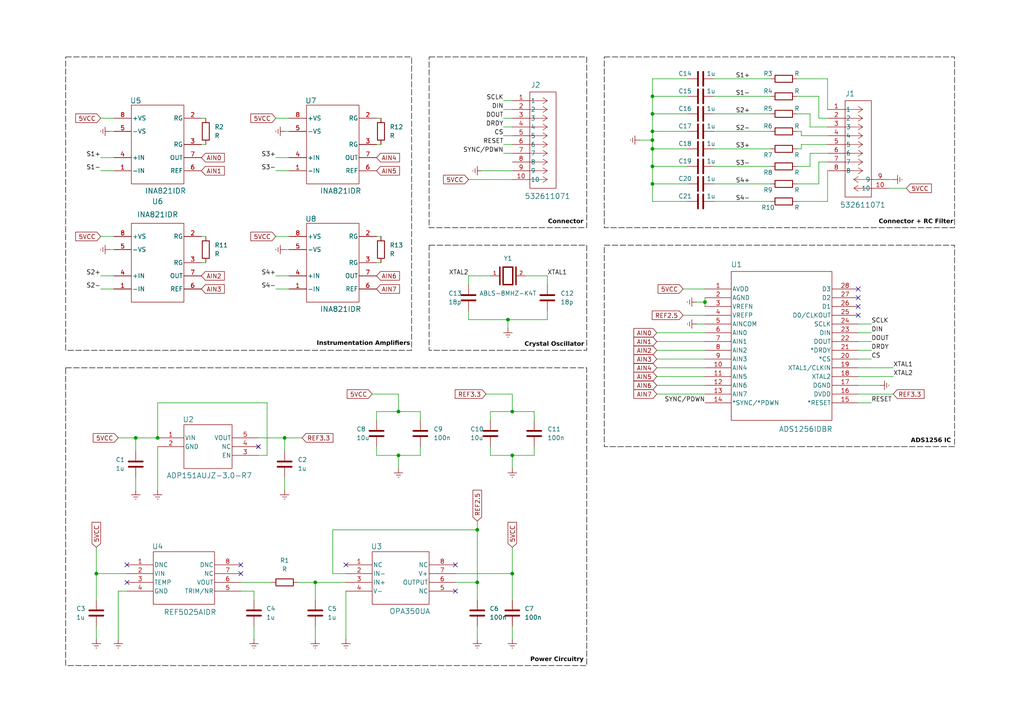
<source format=kicad_sch>
(kicad_sch (version 20231120) (generator "eeschema") (generator_version "8.0")
  (paper "A4")
  (lib_symbols
    (symbol "532611071_1" (pin_names (offset 0.254))
      (property "Reference" "J2" (at 5.334 4.572 0))
      (property "Value" "532611071" (at 3.556 -27.686 0))
      (symbol "532611071_1_1_1"
        (pin unspecified line (at 0 0 0) (length 5.08) (name "1") (number "1"))
        (pin unspecified line (at 0 -22.86 0) (length 5.08) (name "10") (number "10"))
        (pin unspecified line (at 0 -2.54 0) (length 5.08) (name "2") (number "2"))
        (pin unspecified line (at 0 -5.08 0) (length 5.08) (name "3") (number "3"))
        (pin unspecified line (at 0 -7.62 0) (length 5.08) (name "4") (number "4"))
        (pin unspecified line (at 0 -10.16 0) (length 5.08) (name "5") (number "5"))
        (pin unspecified line (at 0 -12.7 0) (length 5.08) (name "6") (number "6"))
        (pin unspecified line (at 0 -15.24 0) (length 5.08) (name "7") (number "7"))
        (pin unspecified line (at 0 -17.78 0) (length 5.08) (name "8") (number "8"))
        (pin unspecified line (at 0 -20.32 0) (length 5.08) (name "9") (number "9"))
      )
      (symbol "532611071_1_1_2"
        (pin unspecified line (at 0 0 0) (length 5.08) (name "1") (number "1"))
        (pin unspecified line (at 0 -22.86 0) (length 5.08) (name "10") (number "10"))
        (pin unspecified line (at 0 -2.54 0) (length 5.08) (name "2") (number "2"))
        (pin unspecified line (at 0 -5.08 0) (length 5.08) (name "3") (number "3"))
        (pin unspecified line (at 0 -7.62 0) (length 5.08) (name "4") (number "4"))
        (pin unspecified line (at 0 -10.16 0) (length 5.08) (name "5") (number "5"))
        (pin unspecified line (at 0 -12.7 0) (length 5.08) (name "6") (number "6"))
        (pin unspecified line (at 0 -15.24 0) (length 5.08) (name "7") (number "7"))
        (pin unspecified line (at 0 -17.78 0) (length 5.08) (name "8") (number "8"))
        (pin unspecified line (at 0 -20.32 0) (length 5.08) (name "9") (number "9"))
      )
    )
    (symbol "ABLS-8.000MHZ-K4T:ABLS-8.000MHZ-K4T" (pin_names (offset 1.016))
      (property "Reference" "Y" (at -5.0878 3.8159 0))
      (property "Value" "ABLS-8.000MHZ-K4T" (at -5.0944 -5.0944 0))
      (symbol "ABLS-8.000MHZ-K4T_0_0"
        (pin passive line (at -5.08 0 0) (length 2.54) (name "~") (number "1"))
        (pin passive line (at 5.08 0 180) (length 2.54) (name "~") (number "2"))
      )
    )
    (symbol "ADP151AUJZ-3P0-R7:ADP151AUJZ-3.0-R7" (pin_names (offset 0.254))
      (property "Reference" "U2" (at 8.89 5.334 0))
      (property "Value" "ADP151AUJZ-3.0-R7" (at 14.986 -10.922 0))
      (symbol "ADP151AUJZ-3.0-R7_0_1"
        (pin input line (at 0 0 0) (length 7.62) (name "VIN") (number "1"))
        (pin power_in line (at 0 -2.54 0) (length 7.62) (name "GND") (number "2"))
        (pin input line (at 29.21 -5.08 180) (length 7.62) (name "EN") (number "3"))
        (pin no_connect line (at 29.21 -2.54 180) (length 7.62) (name "NC") (number "4"))
        (pin output line (at 29.21 0 180) (length 7.62) (name "VOUT") (number "5"))
      )
    )
    (symbol "ADS1256IDBR:ADS1256IDBR" (pin_names (offset 0.254))
      (property "Reference" "U1" (at 9.144 7.112 0))
      (property "Value" "ADS1256IDBR" (at 29.21 -40.64 0))
      (symbol "ADS1256IDBR_0_1"
        (pin power_in line (at 0 0 0) (length 7.62) (name "AVDD") (number "1"))
        (pin input line (at 0 -22.86 0) (length 7.62) (name "AIN4") (number "10"))
        (pin input line (at 0 -25.4 0) (length 7.62) (name "AIN5") (number "11"))
        (pin input line (at 0 -27.94 0) (length 7.62) (name "AIN6") (number "12"))
        (pin input line (at 0 -30.48 0) (length 7.62) (name "AIN7") (number "13"))
        (pin input line (at 0 -33.02 0) (length 7.62) (name "*SYNC/*PDWN") (number "14"))
        (pin input line (at 44.45 -33.02 180) (length 7.62) (name "*RESET") (number "15"))
        (pin power_in line (at 44.45 -30.48 180) (length 7.62) (name "DVDD") (number "16"))
        (pin power_in line (at 44.45 -27.94 180) (length 7.62) (name "DGND") (number "17"))
        (pin unspecified line (at 44.45 -25.4 180) (length 7.62) (name "XTAL2") (number "18"))
        (pin input line (at 44.45 -22.86 180) (length 7.62) (name "XTAL1/CLKIN") (number "19"))
        (pin power_in line (at 0 -2.54 0) (length 7.62) (name "AGND") (number "2"))
        (pin input line (at 44.45 -20.32 180) (length 7.62) (name "*CS") (number "20"))
        (pin output line (at 44.45 -17.78 180) (length 7.62) (name "*DRDY") (number "21"))
        (pin output line (at 44.45 -15.24 180) (length 7.62) (name "DOUT") (number "22"))
        (pin input line (at 44.45 -12.7 180) (length 7.62) (name "DIN") (number "23"))
        (pin input line (at 44.45 -10.16 180) (length 7.62) (name "SCLK") (number "24"))
        (pin bidirectional line (at 44.45 -7.62 180) (length 7.62) (name "D0/CLKOUT") (number "25"))
        (pin bidirectional line (at 44.45 -5.08 180) (length 7.62) (name "D1") (number "26"))
        (pin bidirectional line (at 44.45 -2.54 180) (length 7.62) (name "D2") (number "27"))
        (pin bidirectional line (at 44.45 0 180) (length 7.62) (name "D3") (number "28"))
        (pin input line (at 0 -5.08 0) (length 7.62) (name "VREFN") (number "3"))
        (pin input line (at 0 -7.62 0) (length 7.62) (name "VREFP") (number "4"))
        (pin input line (at 0 -10.16 0) (length 7.62) (name "AINCOM") (number "5"))
        (pin input line (at 0 -12.7 0) (length 7.62) (name "AIN0") (number "6"))
        (pin input line (at 0 -15.24 0) (length 7.62) (name "AIN1") (number "7"))
        (pin input line (at 0 -17.78 0) (length 7.62) (name "AIN2") (number "8"))
        (pin input line (at 0 -20.32 0) (length 7.62) (name "AIN3") (number "9"))
      )
    )
    (symbol "CONN_532610001:532611071" (pin_names (offset 0.254))
      (property "Reference" "J1" (at 5.08 4.572 0))
      (property "Value" "532611071" (at 3.556 -27.686 0))
      (symbol "532611071_1_1"
        (pin unspecified line (at 0 0 0) (length 5.08) (name "1") (number "1"))
        (pin unspecified line (at 17.78 -22.86 180) (length 5.08) (name "10") (number "10"))
        (pin unspecified line (at 0 -2.54 0) (length 5.08) (name "2") (number "2"))
        (pin unspecified line (at 0 -5.08 0) (length 5.08) (name "3") (number "3"))
        (pin unspecified line (at 0 -7.62 0) (length 5.08) (name "4") (number "4"))
        (pin unspecified line (at 0 -10.16 0) (length 5.08) (name "5") (number "5"))
        (pin unspecified line (at 0 -12.7 0) (length 5.08) (name "6") (number "6"))
        (pin unspecified line (at 0 -15.24 0) (length 5.08) (name "7") (number "7"))
        (pin unspecified line (at 0 -17.78 0) (length 5.08) (name "8") (number "8"))
        (pin unspecified line (at 17.78 -20.32 180) (length 5.08) (name "9") (number "9"))
      )
      (symbol "532611071_1_2"
        (pin unspecified line (at 0 0 0) (length 5.08) (name "1") (number "1"))
        (pin unspecified line (at 0 -22.86 0) (length 5.08) (name "10") (number "10"))
        (pin unspecified line (at 0 -2.54 0) (length 5.08) (name "2") (number "2"))
        (pin unspecified line (at 0 -5.08 0) (length 5.08) (name "3") (number "3"))
        (pin unspecified line (at 0 -7.62 0) (length 5.08) (name "4") (number "4"))
        (pin unspecified line (at 0 -10.16 0) (length 5.08) (name "5") (number "5"))
        (pin unspecified line (at 0 -12.7 0) (length 5.08) (name "6") (number "6"))
        (pin unspecified line (at 0 -15.24 0) (length 5.08) (name "7") (number "7"))
        (pin unspecified line (at 0 -17.78 0) (length 5.08) (name "8") (number "8"))
        (pin unspecified line (at 0 -20.32 0) (length 5.08) (name "9") (number "9"))
      )
    )
    (symbol "Device:C" (pin_numbers hide) (pin_names (offset 0.254))
      (property "Reference" "C" (at 0.635 2.54 0))
      (property "Value" "C" (at 0.635 -2.54 0))
      (symbol "C_1_1"
        (pin passive line (at 0 3.81 270) (length 2.794) (name "~") (number "1"))
        (pin passive line (at 0 -3.81 90) (length 2.794) (name "~") (number "2"))
      )
    )
    (symbol "Device:R" (pin_numbers hide) (pin_names (offset 0))
      (property "Reference" "R" (at 2.032 0 90))
      (property "Value" "R" (at 0 0 90))
      (symbol "R_1_1"
        (pin passive line (at 0 3.81 270) (length 1.27) (name "~") (number "1"))
        (pin passive line (at 0 -3.81 90) (length 1.27) (name "~") (number "2"))
      )
    )
    (symbol "INA821IDR:INA821IDR" (pin_names (offset 0.254))
      (property "Reference" "U6" (at -7.62 16.51 0))
      (property "Value" "INA821IDR" (at -7.62 12.7 0))
      (symbol "INA821IDR_0_1"
        (pin input line (at -20.32 -8.89 0) (length 5.08) (name "-IN") (number "1"))
        (pin input line (at 5.08 6.35 180) (length 5.08) (name "RG") (number "2"))
        (pin input line (at 5.08 -1.27 180) (length 5.08) (name "RG") (number "3"))
        (pin input line (at -20.32 -5.08 0) (length 5.08) (name "+IN") (number "4"))
        (pin power_in line (at -20.32 2.54 0) (length 5.08) (name "-VS") (number "5"))
        (pin input line (at 5.08 -8.89 180) (length 5.08) (name "REF") (number "6"))
        (pin output line (at 5.08 -5.08 180) (length 5.08) (name "OUT") (number "7"))
        (pin power_in line (at -20.32 6.35 0) (length 5.08) (name "+VS") (number "8"))
      )
    )
    (symbol "INA821IDR_1" (pin_names (offset 0.254))
      (property "Reference" "U5" (at -13.97 11.43 0))
      (property "Value" "INA821IDR" (at -5.334 -14.732 0))
      (symbol "INA821IDR_1_0_1"
        (pin input line (at -20.32 -8.89 0) (length 5.08) (name "-IN") (number "1"))
        (pin input line (at 5.08 6.35 180) (length 5.08) (name "RG") (number "2"))
        (pin input line (at 5.08 -1.27 180) (length 5.08) (name "RG") (number "3"))
        (pin input line (at -20.32 -5.08 0) (length 5.08) (name "+IN") (number "4"))
        (pin power_in line (at -20.32 2.54 0) (length 5.08) (name "-VS") (number "5"))
        (pin input line (at 5.08 -8.89 180) (length 5.08) (name "REF") (number "6"))
        (pin output line (at 5.08 -5.08 180) (length 5.08) (name "OUT") (number "7"))
        (pin power_in line (at -20.32 6.35 0) (length 5.08) (name "+VS") (number "8"))
      )
    )
    (symbol "INA821IDR_2" (pin_names (offset 0.254))
      (property "Reference" "U7" (at -13.97 11.43 0))
      (property "Value" "INA821IDR" (at -5.334 -14.732 0))
      (symbol "INA821IDR_2_0_1"
        (pin input line (at -20.32 -8.89 0) (length 5.08) (name "-IN") (number "1"))
        (pin input line (at 5.08 6.35 180) (length 5.08) (name "RG") (number "2"))
        (pin input line (at 5.08 -1.27 180) (length 5.08) (name "RG") (number "3"))
        (pin input line (at -20.32 -5.08 0) (length 5.08) (name "+IN") (number "4"))
        (pin power_in line (at -20.32 2.54 0) (length 5.08) (name "-VS") (number "5"))
        (pin input line (at 5.08 -8.89 180) (length 5.08) (name "REF") (number "6"))
        (pin output line (at 5.08 -5.08 180) (length 5.08) (name "OUT") (number "7"))
        (pin power_in line (at -20.32 6.35 0) (length 5.08) (name "+VS") (number "8"))
      )
    )
    (symbol "INA821IDR_3" (pin_names (offset 0.254))
      (property "Reference" "U8" (at -13.97 11.43 0))
      (property "Value" "INA821IDR" (at -5.334 -14.732 0))
      (symbol "INA821IDR_3_0_1"
        (pin input line (at -20.32 -8.89 0) (length 5.08) (name "-IN") (number "1"))
        (pin input line (at 5.08 6.35 180) (length 5.08) (name "RG") (number "2"))
        (pin input line (at 5.08 -1.27 180) (length 5.08) (name "RG") (number "3"))
        (pin input line (at -20.32 -5.08 0) (length 5.08) (name "+IN") (number "4"))
        (pin power_in line (at -20.32 2.54 0) (length 5.08) (name "-VS") (number "5"))
        (pin input line (at 5.08 -8.89 180) (length 5.08) (name "REF") (number "6"))
        (pin output line (at 5.08 -5.08 180) (length 5.08) (name "OUT") (number "7"))
        (pin power_in line (at -20.32 6.35 0) (length 5.08) (name "+VS") (number "8"))
      )
    )
    (symbol "OPA350UA:OPA350UA" (pin_names (offset 0.254))
      (property "Reference" "U3" (at 8.89 5.334 0))
      (property "Value" "OPA350UA" (at 18.542 -13.462 0))
      (symbol "OPA350UA_0_1"
        (pin unspecified line (at 0 0 0) (length 7.62) (name "NC") (number "1"))
        (pin input line (at 0 -2.54 0) (length 7.62) (name "IN-") (number "2"))
        (pin input line (at 0 -5.08 0) (length 7.62) (name "IN+") (number "3"))
        (pin power_in line (at 0 -7.62 0) (length 7.62) (name "V-") (number "4"))
        (pin unspecified line (at 31.75 -7.62 180) (length 7.62) (name "NC") (number "5"))
        (pin output line (at 31.75 -5.08 180) (length 7.62) (name "OUTPUT") (number "6"))
        (pin power_in line (at 31.75 -2.54 180) (length 7.62) (name "V+") (number "7"))
        (pin unspecified line (at 31.75 0 180) (length 7.62) (name "NC") (number "8"))
      )
    )
    (symbol "REF5025AIDR:REF5025AIDR" (pin_names (offset 0.254))
      (property "Reference" "U4" (at 8.89 5.334 0))
      (property "Value" "REF5025AIDR" (at 18.288 -13.716 0))
      (symbol "REF5025AIDR_0_1"
        (pin unspecified line (at 0 0 0) (length 7.62) (name "DNC") (number "1"))
        (pin input line (at 0 -2.54 0) (length 7.62) (name "VIN") (number "2"))
        (pin unspecified line (at 0 -5.08 0) (length 7.62) (name "TEMP") (number "3"))
        (pin unspecified line (at 0 -7.62 0) (length 7.62) (name "GND") (number "4"))
        (pin unspecified line (at 33.02 -7.62 180) (length 7.62) (name "TRIM/NR") (number "5"))
        (pin output line (at 33.02 -5.08 180) (length 7.62) (name "VOUT") (number "6"))
        (pin unspecified line (at 33.02 -2.54 180) (length 7.62) (name "NC") (number "7"))
        (pin unspecified line (at 33.02 0 180) (length 7.62) (name "DNC") (number "8"))
      )
    )
    (symbol "power:Earth" (power) (pin_numbers hide) (pin_names (offset 0) hide)
      (property "Value" "Earth" (at 0 -3.81 0))
      (symbol "Earth_1_1"
        (pin power_in line (at 0 0 270) (length 0) (name "~") (number "1"))
      )
    )
  )
  (junction (at 189.23 48.26))
  (junction (at 148.59 119.38))
  (junction (at 189.23 53.34))
  (junction (at 148.59 166.37))
  (junction (at 189.23 38.1))
  (junction (at 39.37 127))
  (junction (at 91.44 168.91))
  (junction (at 45.72 127))
  (junction (at 147.32 92.71))
  (junction (at 204.47 87.63))
  (junction (at 189.23 40.64))
  (junction (at 148.59 132.08))
  (junction (at 115.57 132.08))
  (junction (at 189.23 27.94))
  (junction (at 138.43 168.91))
  (junction (at 27.94 166.37))
  (junction (at 189.23 43.18))
  (junction (at 82.55 127))
  (junction (at 115.57 119.38))
  (junction (at 138.43 153.67))
  (junction (at 189.23 33.02))
  (no_connect (at 69.85 163.83))
  (no_connect (at 100.33 163.83))
  (no_connect (at 132.08 171.45))
  (no_connect (at 248.92 86.36))
  (no_connect (at 248.92 83.82))
  (no_connect (at 248.92 91.44))
  (no_connect (at 248.92 88.9))
  (no_connect (at 36.83 163.83))
  (no_connect (at 69.85 166.37))
  (no_connect (at 132.08 163.83))
  (no_connect (at 36.83 168.91))
  (no_connect (at 74.93 129.54))
  (wire (pts (xy 252.73 101.6) (xy 248.92 101.6)))
  (wire (pts (xy 259.08 109.22) (xy 248.92 109.22)))
  (wire (pts (xy 190.5 114.3) (xy 204.47 114.3)))
  (wire (pts (xy 74.93 127) (xy 82.55 127)))
  (wire (pts (xy 237.49 34.29) (xy 240.03 34.29)))
  (wire (pts (xy 252.73 104.14) (xy 248.92 104.14)))
  (wire (pts (xy 189.23 38.1) (xy 189.23 33.02)))
  (wire (pts (xy 29.21 45.72) (xy 33.02 45.72)))
  (wire (pts (xy 146.05 29.21) (xy 148.59 29.21)))
  (wire (pts (xy 189.23 40.64) (xy 189.23 43.18)))
  (wire (pts (xy 190.5 106.68) (xy 204.47 106.68)))
  (wire (pts (xy 231.14 27.94) (xy 237.49 27.94)))
  (wire (pts (xy 138.43 168.91) (xy 138.43 173.99)))
  (wire (pts (xy 142.24 119.38) (xy 148.59 119.38)))
  (wire (pts (xy 142.24 132.08) (xy 142.24 129.54)))
  (wire (pts (xy 80.01 80.01) (xy 83.82 80.01)))
  (wire (pts (xy 73.66 173.99) (xy 73.66 171.45)))
  (wire (pts (xy 91.44 168.91) (xy 91.44 173.99)))
  (wire (pts (xy 148.59 158.75) (xy 148.59 166.37)))
  (wire (pts (xy 27.94 185.42) (xy 27.94 181.61)))
  (wire (pts (xy 96.52 166.37) (xy 96.52 153.67)))
  (wire (pts (xy 262.89 54.61) (xy 257.81 54.61)))
  (wire (pts (xy 148.59 185.42) (xy 148.59 181.61)))
  (wire (pts (xy 189.23 33.02) (xy 189.23 27.94)))
  (wire (pts (xy 204.47 87.63) (xy 204.47 88.9)))
  (wire (pts (xy 231.14 22.86) (xy 240.03 22.86)))
  (wire (pts (xy 190.5 101.6) (xy 204.47 101.6)))
  (wire (pts (xy 82.55 72.39) (xy 83.82 72.39)))
  (wire (pts (xy 148.59 135.89) (xy 148.59 132.08)))
  (wire (pts (xy 147.32 92.71) (xy 147.32 95.25)))
  (wire (pts (xy 74.93 132.08) (xy 77.47 132.08)))
  (wire (pts (xy 207.01 48.26) (xy 223.52 48.26)))
  (wire (pts (xy 158.75 80.01) (xy 158.75 82.55)))
  (wire (pts (xy 207.01 22.86) (xy 223.52 22.86)))
  (wire (pts (xy 135.89 92.71) (xy 147.32 92.71)))
  (wire (pts (xy 231.14 33.02) (xy 234.95 33.02)))
  (wire (pts (xy 189.23 53.34) (xy 199.39 53.34)))
  (wire (pts (xy 82.55 127) (xy 82.55 130.81)))
  (wire (pts (xy 29.21 83.82) (xy 33.02 83.82)))
  (wire (pts (xy 107.95 114.3) (xy 115.57 114.3)))
  (wire (pts (xy 80.01 68.58) (xy 83.82 68.58)))
  (wire (pts (xy 96.52 153.67) (xy 138.43 153.67)))
  (wire (pts (xy 201.93 87.63) (xy 204.47 87.63)))
  (wire (pts (xy 234.95 33.02) (xy 234.95 36.83)))
  (wire (pts (xy 189.23 33.02) (xy 199.39 33.02)))
  (wire (pts (xy 154.94 132.08) (xy 154.94 129.54)))
  (wire (pts (xy 259.08 52.07) (xy 257.81 52.07)))
  (wire (pts (xy 237.49 27.94) (xy 237.49 34.29)))
  (wire (pts (xy 198.12 83.82) (xy 204.47 83.82)))
  (wire (pts (xy 110.49 34.29) (xy 109.22 34.29)))
  (wire (pts (xy 135.89 80.01) (xy 142.24 80.01)))
  (wire (pts (xy 59.69 41.91) (xy 58.42 41.91)))
  (wire (pts (xy 190.5 99.06) (xy 204.47 99.06)))
  (wire (pts (xy 252.73 93.98) (xy 248.92 93.98)))
  (wire (pts (xy 237.49 46.99) (xy 240.03 46.99)))
  (wire (pts (xy 146.05 34.29) (xy 148.59 34.29)))
  (wire (pts (xy 39.37 142.24) (xy 39.37 138.43)))
  (wire (pts (xy 27.94 166.37) (xy 27.94 173.99)))
  (wire (pts (xy 135.89 90.17) (xy 135.89 92.71)))
  (wire (pts (xy 27.94 158.75) (xy 27.94 166.37)))
  (wire (pts (xy 231.14 53.34) (xy 237.49 53.34)))
  (wire (pts (xy 189.23 58.42) (xy 199.39 58.42)))
  (wire (pts (xy 39.37 127) (xy 39.37 130.81)))
  (wire (pts (xy 34.29 127) (xy 39.37 127)))
  (wire (pts (xy 147.32 92.71) (xy 158.75 92.71)))
  (wire (pts (xy 232.41 39.37) (xy 240.03 39.37)))
  (wire (pts (xy 59.69 34.29) (xy 58.42 34.29)))
  (wire (pts (xy 109.22 132.08) (xy 115.57 132.08)))
  (wire (pts (xy 207.01 33.02) (xy 223.52 33.02)))
  (wire (pts (xy 91.44 168.91) (xy 100.33 168.91)))
  (wire (pts (xy 231.14 58.42) (xy 240.03 58.42)))
  (wire (pts (xy 80.01 34.29) (xy 83.82 34.29)))
  (wire (pts (xy 77.47 116.84) (xy 45.72 116.84)))
  (wire (pts (xy 148.59 132.08) (xy 154.94 132.08)))
  (wire (pts (xy 34.29 185.42) (xy 34.29 171.45)))
  (wire (pts (xy 231.14 48.26) (xy 234.95 48.26)))
  (wire (pts (xy 59.69 76.2) (xy 58.42 76.2)))
  (wire (pts (xy 146.05 41.91) (xy 148.59 41.91)))
  (wire (pts (xy 189.23 27.94) (xy 199.39 27.94)))
  (wire (pts (xy 59.69 68.58) (xy 58.42 68.58)))
  (wire (pts (xy 142.24 121.92) (xy 142.24 119.38)))
  (wire (pts (xy 154.94 119.38) (xy 154.94 121.92)))
  (wire (pts (xy 259.08 106.68) (xy 248.92 106.68)))
  (wire (pts (xy 234.95 44.45) (xy 240.03 44.45)))
  (wire (pts (xy 29.21 34.29) (xy 33.02 34.29)))
  (wire (pts (xy 240.03 22.86) (xy 240.03 31.75)))
  (wire (pts (xy 77.47 132.08) (xy 77.47 116.84)))
  (wire (pts (xy 110.49 41.91) (xy 109.22 41.91)))
  (wire (pts (xy 148.59 114.3) (xy 148.59 119.38)))
  (wire (pts (xy 69.85 168.91) (xy 78.74 168.91)))
  (wire (pts (xy 146.05 31.75) (xy 148.59 31.75)))
  (wire (pts (xy 132.08 166.37) (xy 148.59 166.37)))
  (wire (pts (xy 146.05 44.45) (xy 148.59 44.45)))
  (wire (pts (xy 232.41 38.1) (xy 232.41 39.37)))
  (wire (pts (xy 189.23 43.18) (xy 199.39 43.18)))
  (wire (pts (xy 232.41 41.91) (xy 240.03 41.91)))
  (wire (pts (xy 252.73 96.52) (xy 248.92 96.52)))
  (wire (pts (xy 109.22 121.92) (xy 109.22 119.38)))
  (wire (pts (xy 82.55 142.24) (xy 82.55 138.43)))
  (wire (pts (xy 132.08 168.91) (xy 138.43 168.91)))
  (wire (pts (xy 189.23 48.26) (xy 199.39 48.26)))
  (wire (pts (xy 142.24 132.08) (xy 148.59 132.08)))
  (wire (pts (xy 73.66 171.45) (xy 69.85 171.45)))
  (wire (pts (xy 198.12 91.44) (xy 204.47 91.44)))
  (wire (pts (xy 86.36 168.91) (xy 91.44 168.91)))
  (wire (pts (xy 146.05 39.37) (xy 148.59 39.37)))
  (wire (pts (xy 80.01 83.82) (xy 83.82 83.82)))
  (wire (pts (xy 27.94 166.37) (xy 36.83 166.37)))
  (wire (pts (xy 189.23 22.86) (xy 199.39 22.86)))
  (wire (pts (xy 110.49 76.2) (xy 109.22 76.2)))
  (wire (pts (xy 148.59 119.38) (xy 154.94 119.38)))
  (wire (pts (xy 204.47 86.36) (xy 204.47 87.63)))
  (wire (pts (xy 109.22 119.38) (xy 115.57 119.38)))
  (wire (pts (xy 232.41 38.1) (xy 231.14 38.1)))
  (wire (pts (xy 109.22 132.08) (xy 109.22 129.54)))
  (wire (pts (xy 248.92 111.76) (xy 255.27 111.76)))
  (wire (pts (xy 240.03 58.42) (xy 240.03 49.53)))
  (wire (pts (xy 138.43 168.91) (xy 138.43 153.67)))
  (wire (pts (xy 139.7 49.53) (xy 148.59 49.53)))
  (wire (pts (xy 115.57 114.3) (xy 115.57 119.38)))
  (wire (pts (xy 100.33 166.37) (xy 96.52 166.37)))
  (wire (pts (xy 29.21 68.58) (xy 33.02 68.58)))
  (wire (pts (xy 232.41 43.18) (xy 231.14 43.18)))
  (wire (pts (xy 189.23 38.1) (xy 199.39 38.1)))
  (wire (pts (xy 190.5 96.52) (xy 204.47 96.52)))
  (wire (pts (xy 189.23 48.26) (xy 189.23 53.34)))
  (wire (pts (xy 234.95 36.83) (xy 240.03 36.83)))
  (wire (pts (xy 207.01 53.34) (xy 223.52 53.34)))
  (wire (pts (xy 135.89 82.55) (xy 135.89 80.01)))
  (wire (pts (xy 190.5 104.14) (xy 204.47 104.14)))
  (wire (pts (xy 207.01 38.1) (xy 223.52 38.1)))
  (wire (pts (xy 138.43 151.13) (xy 138.43 153.67)))
  (wire (pts (xy 234.95 48.26) (xy 234.95 44.45)))
  (wire (pts (xy 110.49 68.58) (xy 109.22 68.58)))
  (wire (pts (xy 148.59 166.37) (xy 148.59 173.99)))
  (wire (pts (xy 29.21 80.01) (xy 33.02 80.01)))
  (wire (pts (xy 121.92 132.08) (xy 121.92 129.54)))
  (wire (pts (xy 140.97 114.3) (xy 148.59 114.3)))
  (wire (pts (xy 73.66 185.42) (xy 73.66 181.61)))
  (wire (pts (xy 82.55 38.1) (xy 83.82 38.1)))
  (wire (pts (xy 82.55 127) (xy 87.63 127)))
  (wire (pts (xy 121.92 119.38) (xy 121.92 121.92)))
  (wire (pts (xy 115.57 135.89) (xy 115.57 132.08)))
  (wire (pts (xy 100.33 171.45) (xy 100.33 185.42)))
  (wire (pts (xy 45.72 129.54) (xy 45.72 142.24)))
  (wire (pts (xy 189.23 53.34) (xy 189.23 58.42)))
  (wire (pts (xy 237.49 53.34) (xy 237.49 46.99)))
  (wire (pts (xy 135.89 52.07) (xy 148.59 52.07)))
  (wire (pts (xy 115.57 119.38) (xy 121.92 119.38)))
  (wire (pts (xy 152.4 80.01) (xy 158.75 80.01)))
  (wire (pts (xy 158.75 90.17) (xy 158.75 92.71)))
  (wire (pts (xy 252.73 99.06) (xy 248.92 99.06)))
  (wire (pts (xy 185.42 40.64) (xy 189.23 40.64)))
  (wire (pts (xy 45.72 116.84) (xy 45.72 127)))
  (wire (pts (xy 80.01 49.53) (xy 83.82 49.53)))
  (wire (pts (xy 80.01 45.72) (xy 83.82 45.72)))
  (wire (pts (xy 207.01 58.42) (xy 223.52 58.42)))
  (wire (pts (xy 29.21 49.53) (xy 33.02 49.53)))
  (wire (pts (xy 232.41 43.18) (xy 232.41 41.91)))
  (wire (pts (xy 115.57 132.08) (xy 121.92 132.08)))
  (wire (pts (xy 207.01 43.18) (xy 223.52 43.18)))
  (wire (pts (xy 189.23 27.94) (xy 189.23 22.86)))
  (wire (pts (xy 207.01 27.94) (xy 223.52 27.94)))
  (wire (pts (xy 31.75 38.1) (xy 33.02 38.1)))
  (wire (pts (xy 189.23 43.18) (xy 189.23 48.26)))
  (wire (pts (xy 31.75 72.39) (xy 33.02 72.39)))
  (wire (pts (xy 39.37 127) (xy 45.72 127)))
  (wire (pts (xy 252.73 116.84) (xy 248.92 116.84)))
  (wire (pts (xy 189.23 40.64) (xy 189.23 38.1)))
  (wire (pts (xy 34.29 171.45) (xy 36.83 171.45)))
  (wire (pts (xy 138.43 185.42) (xy 138.43 181.61)))
  (wire (pts (xy 248.92 114.3) (xy 259.08 114.3)))
  (wire (pts (xy 190.5 109.22) (xy 204.47 109.22)))
  (wire (pts (xy 201.93 93.98) (xy 204.47 93.98)))
  (wire (pts (xy 146.05 36.83) (xy 148.59 36.83)))
  (wire (pts (xy 190.5 111.76) (xy 204.47 111.76)))
  (wire (pts (xy 91.44 185.42) (xy 91.44 181.61)))
  (rectangle (start 175.26 71.12) (end 276.86 129.54) (stroke (width 0) (type dash) (color 0 0 0 1)))
  (rectangle (start 124.46 71.12) (end 170.18 101.6) (stroke (width 0) (type dash) (color 0 0 0 1)))
  (rectangle (start 19.05 106.68) (end 170.18 193.04) (stroke (width 0) (type dash) (color 0 0 0 1)))
  (rectangle (start 124.46 16.51) (end 170.18 66.04) (stroke (width 0) (type dash) (color 0 0 0 1)))
  (rectangle (start 19.05 16.51) (end 119.38 101.6) (stroke (width 0) (type dash) (color 0 0 0 1)))
  (rectangle (start 175.26 16.51) (end 276.86 66.04) (stroke (width 0) (type dash) (color 0 0 0 1)))
  (text "Instrumentation Amplifiers\n" (at 105.41 100.076 0) (effects (font (size 1.27 1.27) (bold yes))))
  (text "Connector + RC Filter\n" (at 265.684 64.77 0) (effects (font (size 1.27 1.27) (bold yes))))
  (text "Connector" (at 164.084 64.77 0) (effects (font (size 1.27 1.27) (bold yes))))
  (text "Power Circuitry\n" (at 161.544 191.77 0) (effects (font (size 1.27 1.27) (bold yes))))
  (text "ADS1256 IC\n" (at 270.002 128.27 0) (effects (font (size 1.27 1.27) (thickness 0.254) (bold yes))))
  (text "Crystal Oscillator\n" (at 160.782 100.33 0) (effects (font (size 1.27 1.27) (bold yes))))
  (label "RESET" (at 146.05 41.91 180))
  (label "XTAL2" (at 259.08 109.22 0))
  (label "XTAL1" (at 259.08 106.68 0))
  (label "RESET" (at 252.73 116.84 0))
  (label "CS" (at 146.05 39.37 180))
  (label "S2+" (at 29.21 80.01 180))
  (label "S1-" (at 29.21 49.53 180))
  (label "XTAL2" (at 135.89 80.01 180))
  (label "S3+" (at 80.01 45.72 180))
  (label "S1+" (at 29.21 45.72 180))
  (label "SCLK" (at 252.73 93.98 0))
  (label "DIN" (at 146.05 31.75 180))
  (label "S3+" (at 213.36 43.18 0))
  (label "CS" (at 252.73 104.14 0))
  (label "XTAL1" (at 158.75 80.01 0))
  (label "S4-" (at 213.36 58.42 0))
  (label "SCLK" (at 146.05 29.21 180))
  (label "S4+" (at 213.36 53.34 0))
  (label "S3-" (at 213.36 48.26 0))
  (label "S2-" (at 213.36 38.1 0))
  (label "S2+" (at 213.36 33.02 0))
  (label "DRDY" (at 252.73 101.6 0))
  (label "DRDY" (at 146.05 36.83 180))
  (label "DOUT" (at 146.05 34.29 180))
  (label "SYNC{slash}PDWN" (at 146.05 44.45 180))
  (label "S1+" (at 213.36 22.86 0))
  (label "S4+" (at 80.01 80.01 180))
  (label "S2-" (at 29.21 83.82 180))
  (label "S3-" (at 80.01 49.53 180))
  (label "DIN" (at 252.73 96.52 0))
  (label "DOUT" (at 252.73 99.06 0))
  (label "SYNC{slash}PDWN" (at 204.47 116.84 180))
  (label "S1-" (at 213.36 27.94 0))
  (label "S4-" (at 80.01 83.82 180))
  (global_label "AIN4" (shape input) (at 190.5 106.68 180) (property "Intersheetrefs" "${INTERSHEET_REFS}" (effects (hide yes))))
  (global_label "AIN6" (shape input) (at 190.5 111.76 180) (property "Intersheetrefs" "${INTERSHEET_REFS}" (effects (hide yes))))
  (global_label "AIN0" (shape input) (at 190.5 96.52 180) (property "Intersheetrefs" "${INTERSHEET_REFS}" (effects (hide yes))))
  (global_label "5VCC" (shape input) (at 198.12 83.82 180) (property "Intersheetrefs" "${INTERSHEET_REFS}" (effects (hide yes))))
  (global_label "AIN1" (shape input) (at 58.42 49.53 0) (property "Intersheetrefs" "${INTERSHEET_REFS}" (effects (hide yes))))
  (global_label "AIN6" (shape input) (at 109.22 80.01 0) (property "Intersheetrefs" "${INTERSHEET_REFS}" (effects (hide yes))))
  (global_label "AIN1" (shape input) (at 190.5 99.06 180) (property "Intersheetrefs" "${INTERSHEET_REFS}" (effects (hide yes))))
  (global_label "5VCC" (shape input) (at 107.95 114.3 180) (property "Intersheetrefs" "${INTERSHEET_REFS}" (effects (hide yes))))
  (global_label "5VCC" (shape input) (at 262.89 54.61 0) (property "Intersheetrefs" "${INTERSHEET_REFS}" (effects (hide yes))))
  (global_label "REF2.5" (shape input) (at 138.43 151.13 90) (property "Intersheetrefs" "${INTERSHEET_REFS}" (effects (hide yes))))
  (global_label "AIN0" (shape input) (at 58.42 45.72 0) (property "Intersheetrefs" "${INTERSHEET_REFS}" (effects (hide yes))))
  (global_label "REF2.5" (shape input) (at 198.12 91.44 180) (property "Intersheetrefs" "${INTERSHEET_REFS}" (effects (hide yes))))
  (global_label "AIN2" (shape input) (at 190.5 101.6 180) (property "Intersheetrefs" "${INTERSHEET_REFS}" (effects (hide yes))))
  (global_label "REF3.3" (shape input) (at 140.97 114.3 180) (property "Intersheetrefs" "${INTERSHEET_REFS}" (effects (hide yes))))
  (global_label "AIN5" (shape input) (at 109.22 49.53 0) (property "Intersheetrefs" "${INTERSHEET_REFS}" (effects (hide yes))))
  (global_label "5VCC" (shape input) (at 148.59 158.75 90) (property "Intersheetrefs" "${INTERSHEET_REFS}" (effects (hide yes))))
  (global_label "AIN3" (shape input) (at 190.5 104.14 180) (property "Intersheetrefs" "${INTERSHEET_REFS}" (effects (hide yes))))
  (global_label "REF3.3" (shape input) (at 87.63 127 0) (property "Intersheetrefs" "${INTERSHEET_REFS}" (effects (hide yes))))
  (global_label "AIN7" (shape input) (at 109.22 83.82 0) (property "Intersheetrefs" "${INTERSHEET_REFS}" (effects (hide yes))))
  (global_label "5VCC" (shape input) (at 34.29 127 180) (property "Intersheetrefs" "${INTERSHEET_REFS}" (effects (hide yes))))
  (global_label "AIN3" (shape input) (at 58.42 83.82 0) (property "Intersheetrefs" "${INTERSHEET_REFS}" (effects (hide yes))))
  (global_label "AIN2" (shape input) (at 58.42 80.01 0) (property "Intersheetrefs" "${INTERSHEET_REFS}" (effects (hide yes))))
  (global_label "5VCC" (shape input) (at 29.21 34.29 180) (property "Intersheetrefs" "${INTERSHEET_REFS}" (effects (hide yes))))
  (global_label "REF3.3" (shape input) (at 259.08 114.3 0) (property "Intersheetrefs" "${INTERSHEET_REFS}" (effects (hide yes))))
  (global_label "5VCC" (shape input) (at 27.94 158.75 90) (property "Intersheetrefs" "${INTERSHEET_REFS}" (effects (hide yes))))
  (global_label "AIN5" (shape input) (at 190.5 109.22 180) (property "Intersheetrefs" "${INTERSHEET_REFS}" (effects (hide yes))))
  (global_label "5VCC" (shape input) (at 80.01 34.29 180) (property "Intersheetrefs" "${INTERSHEET_REFS}" (effects (hide yes))))
  (global_label "AIN4" (shape input) (at 109.22 45.72 0) (property "Intersheetrefs" "${INTERSHEET_REFS}" (effects (hide yes))))
  (global_label "5VCC" (shape input) (at 135.89 52.07 180) (property "Intersheetrefs" "${INTERSHEET_REFS}" (effects (hide yes))))
  (global_label "AIN7" (shape input) (at 190.5 114.3 180) (property "Intersheetrefs" "${INTERSHEET_REFS}" (effects (hide yes))))
  (global_label "5VCC" (shape input) (at 29.21 68.58 180) (property "Intersheetrefs" "${INTERSHEET_REFS}" (effects (hide yes))))
  (global_label "5VCC" (shape input) (at 80.01 68.58 180) (property "Intersheetrefs" "${INTERSHEET_REFS}" (effects (hide yes))))
  (symbol (lib_id "Device:C") (at 121.92 125.73 180) (unit 1)
    (property "Reference" "C9" (at 125.73 124.46 0) (effects (justify right)))
    (property "Value" "100n" (at 125.73 127 0) (effects (justify right)))
    (property "Description" "Unpolarized capacitor" (effects (hide yes)))
  )
  (symbol (lib_id "CONN_532610001:532611071") (at 240.03 31.75 0) (unit 1)
    (property "Reference" "J1" (at 245.11 27.178 0) (effects (font (size 1.524 1.524)) (justify left)))
    (property "Value" "532611071" (at 243.586 59.436 0) (effects (font (size 1.524 1.524)) (justify left)))
    (property "Footprint" "daFootprints:CONN_532610001" (effects (hide yes)))
    (property "Datasheet" "532611071" (effects (hide yes)))
  )
  (symbol (lib_id "Device:C") (at 203.2 22.86 270) (unit 1)
    (property "Reference" "C14" (at 200.66 21.336 90) (effects (justify right)))
    (property "Value" "1u" (at 207.518 21.336 90) (effects (justify right)))
    (property "Description" "Unpolarized capacitor" (effects (hide yes)))
  )
  (symbol (lib_id "Device:C") (at 135.89 86.36 180) (unit 1)
    (property "Reference" "C13" (at 130.048 85.09 0) (effects (justify right)))
    (property "Value" "18p" (at 130.048 87.63 0) (effects (justify right)))
    (property "Description" "Unpolarized capacitor" (effects (hide yes)))
  )
  (symbol (lib_id "ABLS-8.000MHZ-K4T:ABLS-8.000MHZ-K4T") (at 147.32 80.01 0) (unit 1)
    (property "Reference" "Y1" (at 147.32 74.93 0))
    (property "Value" "ABLS-8MHZ-K4T" (at 147.32 85.09 0))
    (property "Footprint" "ABLS-8.000MHZ-K4T:XTAL_ABLS-8.000MHZ-K4T" (effects (hide yes)))
    (property "MF" "Abracon LLC" (effects (hide yes)))
    (property "MAXIMUM_PACKAGE_HEIGHT" "4.2 mm" (effects (hide yes)))
    (property "Package" "HC-49/US Abracon LLC" (effects (hide yes)))
    (property "Price" "None" (effects (hide yes)))
    (property "Check_prices" "https://www.snapeda.com/parts/ABLS-8.000MHZ-K4T/Abracon/view-part/?ref=eda" (effects (hide yes)))
    (property "STANDARD" "Manufacturer Recommendations" (effects (hide yes)))
    (property "PARTREV" "02.16.2021" (effects (hide yes)))
    (property "SnapEDA_Link" "https://www.snapeda.com/parts/ABLS-8.000MHZ-K4T/Abracon/view-part/?ref=snap" (effects (hide yes)))
    (property "MP" "ABLS-8.000MHZ-K4T" (effects (hide yes)))
    (property "Description_1" "\n                        \n                            HC/49US (AT49) SMD LOW PROFILE CRYSTAL\n                        \n" (effects (hide yes)))
    (property "Availability" "In Stock" (effects (hide yes)))
    (property "MANUFACTURER" "Abracon" (effects (hide yes)))
  )
  (symbol (lib_id "INA821IDR:INA821IDR") (at 53.34 74.93 0) (unit 1)
    (property "Reference" "U6" (at 45.72 58.42 0) (effects (font (size 1.524 1.524))))
    (property "Value" "INA821IDR" (at 45.72 62.23 0) (effects (font (size 1.524 1.524))))
    (property "Footprint" "D0008A_N" (effects (hide yes)))
    (property "Datasheet" "INA821IDR" (effects (hide yes)))
  )
  (symbol (lib_id "Device:C") (at 203.2 53.34 270) (unit 1)
    (property "Reference" "C20" (at 200.66 51.816 90) (effects (justify right)))
    (property "Value" "1u" (at 207.518 51.816 90) (effects (justify right)))
    (property "Description" "Unpolarized capacitor" (effects (hide yes)))
  )
  (symbol (lib_id "Device:R") (at 110.49 72.39 180) (unit 1)
    (property "Reference" "R13" (at 113.03 71.12 0) (effects (justify right)))
    (property "Value" "R" (at 113.03 73.66 0) (effects (justify right)))
    (property "Description" "Resistor" (effects (hide yes)))
  )
  (symbol (lib_id "Device:C") (at 27.94 177.8 180) (unit 1)
    (property "Reference" "C3" (at 22.098 176.53 0) (effects (justify right)))
    (property "Value" "1u" (at 22.098 179.07 0) (effects (justify right)))
    (property "Description" "Unpolarized capacitor" (effects (hide yes)))
  )
  (symbol (lib_id "power:Earth") (at 82.55 38.1 270) (unit 1)
    (property "Reference" "#PWR021" (effects (hide yes)))
    (property "Value" "Earth" (effects (hide yes)))
    (property "Description" "Power symbol creates a global label with name \"Earth\"" (effects (hide yes)))
  )
  (symbol (lib_id "power:Earth") (at 91.44 185.42 0) (unit 1)
    (property "Reference" "#PWR07" (effects (hide yes)))
    (property "Value" "Earth" (effects (hide yes)))
    (property "Description" "Power symbol creates a global label with name \"Earth\"" (effects (hide yes)))
  )
  (symbol (lib_id "Device:R") (at 227.33 27.94 270) (unit 1)
    (property "Reference" "R4" (at 222.758 26.416 90))
    (property "Value" "R" (at 231.14 26.416 90))
    (property "Description" "Resistor" (effects (hide yes)))
  )
  (symbol (lib_id "power:Earth") (at 259.08 52.07 90) (unit 1)
    (property "Reference" "#PWR018" (effects (hide yes)))
    (property "Value" "Earth" (effects (hide yes)))
    (property "Description" "Power symbol creates a global label with name \"Earth\"" (effects (hide yes)))
  )
  (symbol (lib_id "Device:R") (at 227.33 43.18 270) (unit 1)
    (property "Reference" "R7" (at 222.758 44.958 90))
    (property "Value" "R" (at 231.14 44.958 90))
    (property "Description" "Resistor" (effects (hide yes)))
  )
  (symbol (lib_id "Device:C") (at 203.2 48.26 270) (unit 1)
    (property "Reference" "C19" (at 200.66 46.736 90) (effects (justify right)))
    (property "Value" "1u" (at 207.518 46.736 90) (effects (justify right)))
    (property "Description" "Unpolarized capacitor" (effects (hide yes)))
  )
  (symbol (lib_id "Device:R") (at 227.33 33.02 270) (unit 1)
    (property "Reference" "R5" (at 222.758 31.496 90))
    (property "Value" "R" (at 231.14 31.496 90))
    (property "Description" "Resistor" (effects (hide yes)))
  )
  (symbol (lib_id "power:Earth") (at 115.57 135.89 0) (unit 1)
    (property "Reference" "#PWR011" (effects (hide yes)))
    (property "Value" "Earth" (effects (hide yes)))
    (property "Description" "Power symbol creates a global label with name \"Earth\"" (effects (hide yes)))
  )
  (symbol (lib_id "power:Earth") (at 148.59 135.89 0) (unit 1)
    (property "Reference" "#PWR012" (effects (hide yes)))
    (property "Value" "Earth" (effects (hide yes)))
    (property "Description" "Power symbol creates a global label with name \"Earth\"" (effects (hide yes)))
  )
  (symbol (lib_id "power:Earth") (at 147.32 95.25 0) (unit 1)
    (property "Reference" "#PWR015" (effects (hide yes)))
    (property "Value" "Earth" (effects (hide yes)))
    (property "Description" "Power symbol creates a global label with name \"Earth\"" (effects (hide yes)))
  )
  (symbol (lib_id "Device:R") (at 59.69 38.1 180) (unit 1)
    (property "Reference" "R2" (at 62.23 36.83 0) (effects (justify right)))
    (property "Value" "R" (at 62.23 39.37 0) (effects (justify right)))
    (property "Description" "Resistor" (effects (hide yes)))
  )
  (symbol (lib_id "power:Earth") (at 34.29 185.42 0) (unit 1)
    (property "Reference" "#PWR05" (effects (hide yes)))
    (property "Value" "Earth" (effects (hide yes)))
    (property "Description" "Power symbol creates a global label with name \"Earth\"" (effects (hide yes)))
  )
  (symbol (lib_id "Device:R") (at 227.33 38.1 270) (unit 1)
    (property "Reference" "R6" (at 222.758 36.576 90))
    (property "Value" "R" (at 231.14 36.576 90))
    (property "Description" "Resistor" (effects (hide yes)))
  )
  (symbol (lib_id "Device:R") (at 227.33 48.26 270) (unit 1)
    (property "Reference" "R8" (at 222.758 50.038 90))
    (property "Value" "R" (at 231.14 50.038 90))
    (property "Description" "Resistor" (effects (hide yes)))
  )
  (symbol (lib_id "power:Earth") (at 139.7 49.53 270) (unit 1)
    (property "Reference" "#PWR023" (effects (hide yes)))
    (property "Value" "Earth" (effects (hide yes)))
    (property "Description" "Power symbol creates a global label with name \"Earth\"" (effects (hide yes)))
  )
  (symbol (lib_id "power:Earth") (at 82.55 72.39 270) (unit 1)
    (property "Reference" "#PWR022" (effects (hide yes)))
    (property "Value" "Earth" (effects (hide yes)))
    (property "Description" "Power symbol creates a global label with name \"Earth\"" (effects (hide yes)))
  )
  (symbol (lib_id "power:Earth") (at 201.93 93.98 270) (unit 1)
    (property "Reference" "#PWR019" (effects (hide yes)))
    (property "Value" "Earth" (effects (hide yes)))
    (property "Description" "Power symbol creates a global label with name \"Earth\"" (effects (hide yes)))
  )
  (symbol (lib_id "Device:R") (at 227.33 58.42 270) (unit 1)
    (property "Reference" "R10" (at 222.758 60.198 90))
    (property "Value" "R" (at 231.14 60.198 90))
    (property "Description" "Resistor" (effects (hide yes)))
  )
  (symbol (lib_name "INA821IDR_3") (lib_id "INA821IDR:INA821IDR") (at 104.14 74.93 0) (unit 1)
    (property "Reference" "U8" (at 90.17 63.5 0) (effects (font (size 1.524 1.524))))
    (property "Value" "INA821IDR" (at 98.806 89.662 0) (effects (font (size 1.524 1.524))))
    (property "Footprint" "D0008A_N" (effects (hide yes)))
    (property "Datasheet" "INA821IDR" (effects (hide yes)))
  )
  (symbol (lib_id "ADP151AUJZ-3P0-R7:ADP151AUJZ-3.0-R7") (at 45.72 127 0) (unit 1)
    (property "Reference" "U2" (at 54.61 121.666 0) (effects (font (size 1.524 1.524))))
    (property "Value" "ADP151AUJZ-3.0-R7" (at 60.706 137.922 0) (effects (font (size 1.524 1.524))))
    (property "Footprint" "daFootprints:ADP151AUJZ-3P0-R7" (effects (hide yes)))
    (property "Datasheet" "ADP151AUJZ-3.0-R7" (effects (hide yes)))
  )
  (symbol (lib_id "Device:C") (at 73.66 177.8 180) (unit 1)
    (property "Reference" "C4" (at 77.216 176.53 0) (effects (justify right)))
    (property "Value" "1u" (at 77.216 179.07 0) (effects (justify right)))
    (property "Description" "Unpolarized capacitor" (effects (hide yes)))
  )
  (symbol (lib_id "Device:C") (at 39.37 134.62 180) (unit 1)
    (property "Reference" "C1" (at 33.528 133.35 0) (effects (justify right)))
    (property "Value" "1u" (at 33.528 135.89 0) (effects (justify right)))
    (property "Description" "Unpolarized capacitor" (effects (hide yes)))
  )
  (symbol (lib_id "Device:C") (at 91.44 177.8 180) (unit 1)
    (property "Reference" "C5" (at 94.996 176.53 0) (effects (justify right)))
    (property "Value" "1u" (at 94.996 179.07 0) (effects (justify right)))
    (property "Description" "Unpolarized capacitor" (effects (hide yes)))
  )
  (symbol (lib_id "power:Earth") (at 82.55 142.24 0) (unit 1)
    (property "Reference" "#PWR03" (effects (hide yes)))
    (property "Value" "Earth" (effects (hide yes)))
    (property "Description" "Power symbol creates a global label with name \"Earth\"" (effects (hide yes)))
  )
  (symbol (lib_id "REF5025AIDR:REF5025AIDR") (at 36.83 163.83 0) (unit 1)
    (property "Reference" "U4" (at 45.72 158.496 0) (effects (font (size 1.524 1.524))))
    (property "Value" "REF5025AIDR" (at 55.118 177.546 0) (effects (font (size 1.524 1.524))))
    (property "Footprint" "daFootprints:REF5025AIDR" (effects (hide yes)))
    (property "Datasheet" "REF5025AIDR" (effects (hide yes)))
  )
  (symbol (lib_id "power:Earth") (at 100.33 185.42 0) (unit 1)
    (property "Reference" "#PWR08" (effects (hide yes)))
    (property "Value" "Earth" (effects (hide yes)))
    (property "Description" "Power symbol creates a global label with name \"Earth\"" (effects (hide yes)))
  )
  (symbol (lib_id "Device:R") (at 227.33 22.86 270) (unit 1)
    (property "Reference" "R3" (at 222.758 21.336 90))
    (property "Value" "R" (at 231.14 21.336 90))
    (property "Description" "Resistor" (effects (hide yes)))
  )
  (symbol (lib_id "Device:C") (at 82.55 134.62 180) (unit 1)
    (property "Reference" "C2" (at 86.36 133.35 0) (effects (justify right)))
    (property "Value" "1u" (at 86.36 135.89 0) (effects (justify right)))
    (property "Description" "Unpolarized capacitor" (effects (hide yes)))
  )
  (symbol (lib_id "power:Earth") (at 185.42 40.64 270) (unit 1)
    (property "Reference" "#PWR017" (effects (hide yes)))
    (property "Value" "Earth" (effects (hide yes)))
    (property "Description" "Power symbol creates a global label with name \"Earth\"" (effects (hide yes)))
  )
  (symbol (lib_id "ADS1256IDBR:ADS1256IDBR") (at 204.47 83.82 0) (unit 1)
    (property "Reference" "U1" (at 213.614 76.708 0) (effects (font (size 1.524 1.524))))
    (property "Value" "ADS1256IDBR" (at 233.68 124.46 0) (effects (font (size 1.524 1.524))))
    (property "Footprint" "daFootprints:ADS1256IDBR" (effects (hide yes)))
    (property "Datasheet" "ADS1256IDBR" (effects (hide yes)))
  )
  (symbol (lib_id "Device:C") (at 138.43 177.8 180) (unit 1)
    (property "Reference" "C6" (at 141.986 176.53 0) (effects (justify right)))
    (property "Value" "100n" (at 141.986 179.07 0) (effects (justify right)))
    (property "Description" "Unpolarized capacitor" (effects (hide yes)))
  )
  (symbol (lib_id "power:Earth") (at 39.37 142.24 0) (unit 1)
    (property "Reference" "#PWR02" (effects (hide yes)))
    (property "Value" "Earth" (effects (hide yes)))
    (property "Description" "Power symbol creates a global label with name \"Earth\"" (effects (hide yes)))
  )
  (symbol (lib_id "power:Earth") (at 255.27 111.76 90) (unit 1)
    (property "Reference" "#PWR014" (effects (hide yes)))
    (property "Value" "Earth" (effects (hide yes)))
    (property "Description" "Power symbol creates a global label with name \"Earth\"" (effects (hide yes)))
  )
  (symbol (lib_id "power:Earth") (at 148.59 185.42 0) (unit 1)
    (property "Reference" "#PWR010" (effects (hide yes)))
    (property "Value" "Earth" (effects (hide yes)))
    (property "Description" "Power symbol creates a global label with name \"Earth\"" (effects (hide yes)))
  )
  (symbol (lib_id "Device:C") (at 154.94 125.73 180) (unit 1)
    (property "Reference" "C11" (at 158.75 124.46 0) (effects (justify right)))
    (property "Value" "100n" (at 158.75 127 0) (effects (justify right)))
    (property "Description" "Unpolarized capacitor" (effects (hide yes)))
  )
  (symbol (lib_id "Device:C") (at 203.2 33.02 270) (unit 1)
    (property "Reference" "C16" (at 200.66 31.496 90) (effects (justify right)))
    (property "Value" "1u" (at 207.518 31.496 90) (effects (justify right)))
    (property "Description" "Unpolarized capacitor" (effects (hide yes)))
  )
  (symbol (lib_name "INA821IDR_1") (lib_id "INA821IDR:INA821IDR") (at 53.34 40.64 0) (unit 1)
    (property "Reference" "U5" (at 39.37 29.21 0) (effects (font (size 1.524 1.524))))
    (property "Value" "INA821IDR" (at 48.006 55.372 0) (effects (font (size 1.524 1.524))))
    (property "Footprint" "D0008A_N" (effects (hide yes)))
    (property "Datasheet" "INA821IDR" (effects (hide yes)))
  )
  (symbol (lib_id "Device:C") (at 148.59 177.8 180) (unit 1)
    (property "Reference" "C7" (at 152.146 176.53 0) (effects (justify right)))
    (property "Value" "100n" (at 152.146 179.07 0) (effects (justify right)))
    (property "Description" "Unpolarized capacitor" (effects (hide yes)))
  )
  (symbol (lib_id "power:Earth") (at 31.75 72.39 270) (unit 1)
    (property "Reference" "#PWR020" (effects (hide yes)))
    (property "Value" "Earth" (effects (hide yes)))
    (property "Description" "Power symbol creates a global label with name \"Earth\"" (effects (hide yes)))
  )
  (symbol (lib_id "Device:R") (at 227.33 53.34 270) (unit 1)
    (property "Reference" "R9" (at 222.758 55.118 90))
    (property "Value" "R" (at 231.14 55.118 90))
    (property "Description" "Resistor" (effects (hide yes)))
  )
  (symbol (lib_name "INA821IDR_2") (lib_id "INA821IDR:INA821IDR") (at 104.14 40.64 0) (unit 1)
    (property "Reference" "U7" (at 90.17 29.21 0) (effects (font (size 1.524 1.524))))
    (property "Value" "INA821IDR" (at 98.806 55.372 0) (effects (font (size 1.524 1.524))))
    (property "Footprint" "D0008A_N" (effects (hide yes)))
    (property "Datasheet" "INA821IDR" (effects (hide yes)))
  )
  (symbol (lib_id "Device:C") (at 203.2 27.94 270) (unit 1)
    (property "Reference" "C15" (at 200.66 26.416 90) (effects (justify right)))
    (property "Value" "1u" (at 207.518 26.416 90) (effects (justify right)))
    (property "Description" "Unpolarized capacitor" (effects (hide yes)))
  )
  (symbol (lib_id "power:Earth") (at 31.75 38.1 270) (unit 1)
    (property "Reference" "#PWR016" (effects (hide yes)))
    (property "Value" "Earth" (effects (hide yes)))
    (property "Description" "Power symbol creates a global label with name \"Earth\"" (effects (hide yes)))
  )
  (symbol (lib_id "power:Earth") (at 138.43 185.42 0) (unit 1)
    (property "Reference" "#PWR09" (effects (hide yes)))
    (property "Value" "Earth" (effects (hide yes)))
    (property "Description" "Power symbol creates a global label with name \"Earth\"" (effects (hide yes)))
  )
  (symbol (lib_id "Device:C") (at 142.24 125.73 180) (unit 1)
    (property "Reference" "C10" (at 136.398 124.46 0) (effects (justify right)))
    (property "Value" "10u" (at 136.398 127 0) (effects (justify right)))
    (property "Description" "Unpolarized capacitor" (effects (hide yes)))
  )
  (symbol (lib_id "OPA350UA:OPA350UA") (at 100.33 163.83 0) (unit 1)
    (property "Reference" "U3" (at 109.22 158.496 0) (effects (font (size 1.524 1.524))))
    (property "Value" "OPA350UA" (at 118.872 177.292 0) (effects (font (size 1.524 1.524))))
    (property "Footprint" "daFootprints:OPA350UA" (effects (hide yes)))
    (property "Datasheet" "OPA350UA" (effects (hide yes)))
  )
  (symbol (lib_id "Device:C") (at 203.2 43.18 270) (unit 1)
    (property "Reference" "C18" (at 200.66 41.656 90) (effects (justify right)))
    (property "Value" "1u" (at 207.518 41.656 90) (effects (justify right)))
    (property "Description" "Unpolarized capacitor" (effects (hide yes)))
  )
  (symbol (lib_id "Device:R") (at 82.55 168.91 90) (unit 1)
    (property "Reference" "R1" (at 82.55 162.56 90))
    (property "Value" "R" (at 82.55 165.1 90))
    (property "Description" "Resistor" (effects (hide yes)))
  )
  (symbol (lib_id "Device:C") (at 109.22 125.73 180) (unit 1)
    (property "Reference" "C8" (at 103.378 124.46 0) (effects (justify right)))
    (property "Value" "10u" (at 103.378 127 0) (effects (justify right)))
    (property "Description" "Unpolarized capacitor" (effects (hide yes)))
  )
  (symbol (lib_name "532611071_1") (lib_id "CONN_532610001:532611071") (at 148.59 29.21 0) (unit 1)
    (property "Reference" "J2" (at 153.924 24.638 0) (effects (font (size 1.524 1.524)) (justify left)))
    (property "Value" "532611071" (at 152.146 56.896 0) (effects (font (size 1.524 1.524)) (justify left)))
    (property "Footprint" "daFootprints:CONN_532610001" (effects (hide yes)))
    (property "Datasheet" "532611071" (effects (hide yes)))
  )
  (symbol (lib_id "power:Earth") (at 27.94 185.42 0) (unit 1)
    (property "Reference" "#PWR04" (effects (hide yes)))
    (property "Value" "Earth" (effects (hide yes)))
    (property "Description" "Power symbol creates a global label with name \"Earth\"" (effects (hide yes)))
  )
  (symbol (lib_id "Device:R") (at 59.69 72.39 180) (unit 1)
    (property "Reference" "R11" (at 62.23 71.12 0) (effects (justify right)))
    (property "Value" "R" (at 62.23 73.66 0) (effects (justify right)))
    (property "Description" "Resistor" (effects (hide yes)))
  )
  (symbol (lib_id "power:Earth") (at 73.66 185.42 0) (unit 1)
    (property "Reference" "#PWR06" (effects (hide yes)))
    (property "Value" "Earth" (effects (hide yes)))
    (property "Description" "Power symbol creates a global label with name \"Earth\"" (effects (hide yes)))
  )
  (symbol (lib_id "Device:C") (at 158.75 86.36 180) (unit 1)
    (property "Reference" "C12" (at 162.56 85.09 0) (effects (justify right)))
    (property "Value" "18p" (at 162.56 87.63 0) (effects (justify right)))
    (property "Description" "Unpolarized capacitor" (effects (hide yes)))
  )
  (symbol (lib_id "Device:R") (at 110.49 38.1 180) (unit 1)
    (property "Reference" "R12" (at 113.03 36.83 0) (effects (justify right)))
    (property "Value" "R" (at 113.03 39.37 0) (effects (justify right)))
    (property "Description" "Resistor" (effects (hide yes)))
  )
  (symbol (lib_id "power:Earth") (at 45.72 142.24 0) (unit 1)
    (property "Reference" "#PWR01" (effects (hide yes)))
    (property "Value" "Earth" (effects (hide yes)))
    (property "Description" "Power symbol creates a global label with name \"Earth\"" (effects (hide yes)))
  )
  (symbol (lib_id "Device:C") (at 203.2 58.42 270) (unit 1)
    (property "Reference" "C21" (at 200.66 56.896 90) (effects (justify right)))
    (property "Value" "1u" (at 207.518 56.896 90) (effects (justify right)))
    (property "Description" "Unpolarized capacitor" (effects (hide yes)))
  )
  (symbol (lib_id "power:Earth") (at 201.93 87.63 270) (unit 1)
    (property "Reference" "#PWR013" (effects (hide yes)))
    (property "Value" "Earth" (effects (hide yes)))
    (property "Description" "Power symbol creates a global label with name \"Earth\"" (effects (hide yes)))
  )
  (symbol (lib_id "Device:C") (at 203.2 38.1 270) (unit 1)
    (property "Reference" "C17" (at 200.66 36.576 90) (effects (justify right)))
    (property "Value" "1u" (at 207.518 36.576 90) (effects (justify right)))
    (property "Description" "Unpolarized capacitor" (effects (hide yes)))
  )
)
</source>
